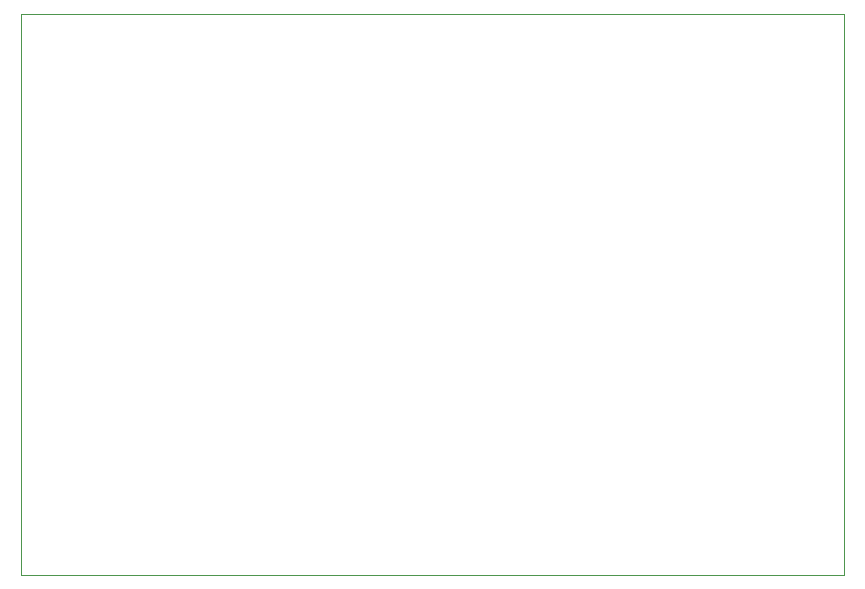
<source format=gbr>
%TF.GenerationSoftware,KiCad,Pcbnew,5.1.9*%
%TF.CreationDate,2021-08-01T18:05:45+02:00*%
%TF.ProjectId,DonwConvertor,446f6e77-436f-46e7-9665-72746f722e6b,rev?*%
%TF.SameCoordinates,Original*%
%TF.FileFunction,Profile,NP*%
%FSLAX45Y45*%
G04 Gerber Fmt 4.5, Leading zero omitted, Abs format (unit mm)*
G04 Created by KiCad (PCBNEW 5.1.9) date 2021-08-01 18:05:45*
%MOMM*%
%LPD*%
G01*
G04 APERTURE LIST*
%TA.AperFunction,Profile*%
%ADD10C,0.050000*%
%TD*%
G04 APERTURE END LIST*
D10*
X11653520Y-6831330D02*
X11653520Y-2082800D01*
X4681220Y-2082800D02*
X4681220Y-6831330D01*
X11653520Y-2082800D02*
X4681220Y-2082800D01*
X4681220Y-6831330D02*
X11653520Y-6831330D01*
M02*

</source>
